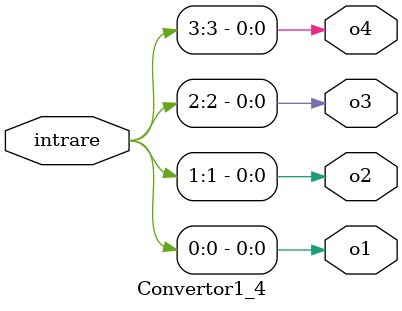
<source format=v>
`timescale 1ns / 1ps


module Convertor1_4(
    intrare, o1, o2, o3, o4
    );
    input[3:0] intrare;
    output o1, o2, o3, o4;
    
    assign o1 = intrare[0];
    assign o2 = intrare[1];
    assign o3 = intrare[2];
    assign o4 = intrare[3];
    
    
endmodule

</source>
